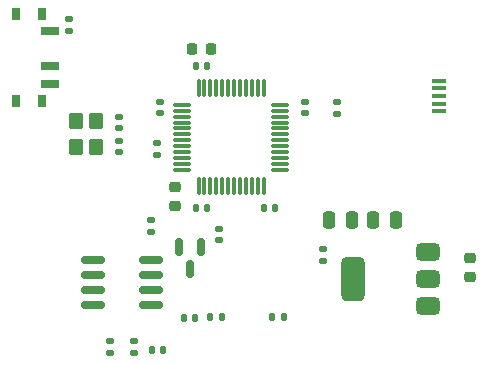
<source format=gbr>
%TF.GenerationSoftware,KiCad,Pcbnew,9.0.6*%
%TF.CreationDate,2026-02-08T19:37:56+05:30*%
%TF.ProjectId,stm32,73746d33-322e-46b6-9963-61645f706362,rev?*%
%TF.SameCoordinates,Original*%
%TF.FileFunction,Paste,Top*%
%TF.FilePolarity,Positive*%
%FSLAX46Y46*%
G04 Gerber Fmt 4.6, Leading zero omitted, Abs format (unit mm)*
G04 Created by KiCad (PCBNEW 9.0.6) date 2026-02-08 19:37:56*
%MOMM*%
%LPD*%
G01*
G04 APERTURE LIST*
G04 Aperture macros list*
%AMRoundRect*
0 Rectangle with rounded corners*
0 $1 Rounding radius*
0 $2 $3 $4 $5 $6 $7 $8 $9 X,Y pos of 4 corners*
0 Add a 4 corners polygon primitive as box body*
4,1,4,$2,$3,$4,$5,$6,$7,$8,$9,$2,$3,0*
0 Add four circle primitives for the rounded corners*
1,1,$1+$1,$2,$3*
1,1,$1+$1,$4,$5*
1,1,$1+$1,$6,$7*
1,1,$1+$1,$8,$9*
0 Add four rect primitives between the rounded corners*
20,1,$1+$1,$2,$3,$4,$5,0*
20,1,$1+$1,$4,$5,$6,$7,0*
20,1,$1+$1,$6,$7,$8,$9,0*
20,1,$1+$1,$8,$9,$2,$3,0*%
G04 Aperture macros list end*
%ADD10R,1.300000X0.450000*%
%ADD11RoundRect,0.140000X-0.140000X-0.170000X0.140000X-0.170000X0.140000X0.170000X-0.140000X0.170000X0*%
%ADD12RoundRect,0.218750X0.256250X-0.218750X0.256250X0.218750X-0.256250X0.218750X-0.256250X-0.218750X0*%
%ADD13RoundRect,0.135000X-0.135000X-0.185000X0.135000X-0.185000X0.135000X0.185000X-0.135000X0.185000X0*%
%ADD14RoundRect,0.140000X-0.170000X0.140000X-0.170000X-0.140000X0.170000X-0.140000X0.170000X0.140000X0*%
%ADD15R,0.800000X1.000000*%
%ADD16R,1.500000X0.700000*%
%ADD17RoundRect,0.135000X-0.185000X0.135000X-0.185000X-0.135000X0.185000X-0.135000X0.185000X0.135000X0*%
%ADD18RoundRect,0.140000X0.170000X-0.140000X0.170000X0.140000X-0.170000X0.140000X-0.170000X-0.140000X0*%
%ADD19RoundRect,0.250000X-0.250000X-0.475000X0.250000X-0.475000X0.250000X0.475000X-0.250000X0.475000X0*%
%ADD20RoundRect,0.135000X0.185000X-0.135000X0.185000X0.135000X-0.185000X0.135000X-0.185000X-0.135000X0*%
%ADD21RoundRect,0.140000X0.140000X0.170000X-0.140000X0.170000X-0.140000X-0.170000X0.140000X-0.170000X0*%
%ADD22RoundRect,0.250000X-0.350000X0.450000X-0.350000X-0.450000X0.350000X-0.450000X0.350000X0.450000X0*%
%ADD23RoundRect,0.218750X-0.256250X0.218750X-0.256250X-0.218750X0.256250X-0.218750X0.256250X0.218750X0*%
%ADD24RoundRect,0.375000X0.625000X0.375000X-0.625000X0.375000X-0.625000X-0.375000X0.625000X-0.375000X0*%
%ADD25RoundRect,0.500000X0.500000X1.400000X-0.500000X1.400000X-0.500000X-1.400000X0.500000X-1.400000X0*%
%ADD26RoundRect,0.075000X-0.662500X-0.075000X0.662500X-0.075000X0.662500X0.075000X-0.662500X0.075000X0*%
%ADD27RoundRect,0.075000X-0.075000X-0.662500X0.075000X-0.662500X0.075000X0.662500X-0.075000X0.662500X0*%
%ADD28RoundRect,0.150000X-0.825000X-0.150000X0.825000X-0.150000X0.825000X0.150000X-0.825000X0.150000X0*%
%ADD29RoundRect,0.150000X-0.150000X0.587500X-0.150000X-0.587500X0.150000X-0.587500X0.150000X0.587500X0*%
%ADD30RoundRect,0.250000X0.250000X0.475000X-0.250000X0.475000X-0.250000X-0.475000X0.250000X-0.475000X0*%
%ADD31RoundRect,0.225000X-0.225000X-0.250000X0.225000X-0.250000X0.225000X0.250000X-0.225000X0.250000X0*%
G04 APERTURE END LIST*
D10*
%TO.C,J4*%
X128600000Y-71300000D03*
X128600000Y-70650000D03*
X128600000Y-70000000D03*
X128600000Y-69350000D03*
X128600000Y-68700000D03*
%TD*%
D11*
%TO.C,C12*%
X108020000Y-67500000D03*
X108980000Y-67500000D03*
%TD*%
D12*
%TO.C,FB1*%
X106250000Y-79287500D03*
X106250000Y-77712500D03*
%TD*%
D13*
%TO.C,R4*%
X114490000Y-88750000D03*
X115510000Y-88750000D03*
%TD*%
D14*
%TO.C,C8*%
X105000000Y-70520000D03*
X105000000Y-71480000D03*
%TD*%
%TO.C,C15*%
X104250000Y-80520000D03*
X104250000Y-81480000D03*
%TD*%
D15*
%TO.C,SW1*%
X95030000Y-63100000D03*
X92820000Y-63100000D03*
X95030000Y-70400000D03*
X92820000Y-70400000D03*
D16*
X95680000Y-64500000D03*
X95680000Y-67500000D03*
X95680000Y-69000000D03*
%TD*%
D17*
%TO.C,R3*%
X102750000Y-90750000D03*
X102750000Y-91770000D03*
%TD*%
D18*
%TO.C,C13*%
X104750000Y-74980000D03*
X104750000Y-74020000D03*
%TD*%
D19*
%TO.C,C1*%
X119300000Y-80500000D03*
X121200000Y-80500000D03*
%TD*%
D20*
%TO.C,R6*%
X97250000Y-64510000D03*
X97250000Y-63490000D03*
%TD*%
D21*
%TO.C,C3*%
X107980000Y-88760000D03*
X107020000Y-88760000D03*
%TD*%
D17*
%TO.C,R7*%
X120000000Y-70490000D03*
X120000000Y-71510000D03*
%TD*%
D18*
%TO.C,C4*%
X101500000Y-72730000D03*
X101500000Y-71770000D03*
%TD*%
D21*
%TO.C,C9*%
X114730000Y-79500000D03*
X113770000Y-79500000D03*
%TD*%
D13*
%TO.C,R2*%
X109240000Y-88750000D03*
X110260000Y-88750000D03*
%TD*%
D14*
%TO.C,C5*%
X101500000Y-73770000D03*
X101500000Y-74730000D03*
%TD*%
D11*
%TO.C,C7*%
X108020000Y-79500000D03*
X108980000Y-79500000D03*
%TD*%
D20*
%TO.C,R5*%
X100750000Y-91770000D03*
X100750000Y-90750000D03*
%TD*%
D22*
%TO.C,Y1*%
X97900000Y-72150000D03*
X97900000Y-74350000D03*
X99600000Y-74350000D03*
X99600000Y-72150000D03*
%TD*%
D23*
%TO.C,D1*%
X131250000Y-83712500D03*
X131250000Y-85287500D03*
%TD*%
D24*
%TO.C,U1*%
X127650000Y-87800000D03*
X127650000Y-85500000D03*
D25*
X121350000Y-85500000D03*
D24*
X127650000Y-83200000D03*
%TD*%
D26*
%TO.C,U3*%
X106837500Y-70750000D03*
X106837500Y-71250000D03*
X106837500Y-71750000D03*
X106837500Y-72250000D03*
X106837500Y-72750000D03*
X106837500Y-73250000D03*
X106837500Y-73750000D03*
X106837500Y-74250000D03*
X106837500Y-74750000D03*
X106837500Y-75250000D03*
X106837500Y-75750000D03*
X106837500Y-76250000D03*
D27*
X108250000Y-77662500D03*
X108750000Y-77662500D03*
X109250000Y-77662500D03*
X109750000Y-77662500D03*
X110250000Y-77662500D03*
X110750000Y-77662500D03*
X111250000Y-77662500D03*
X111750000Y-77662500D03*
X112250000Y-77662500D03*
X112750000Y-77662500D03*
X113250000Y-77662500D03*
X113750000Y-77662500D03*
D26*
X115162500Y-76250000D03*
X115162500Y-75750000D03*
X115162500Y-75250000D03*
X115162500Y-74750000D03*
X115162500Y-74250000D03*
X115162500Y-73750000D03*
X115162500Y-73250000D03*
X115162500Y-72750000D03*
X115162500Y-72250000D03*
X115162500Y-71750000D03*
X115162500Y-71250000D03*
X115162500Y-70750000D03*
D27*
X113750000Y-69337500D03*
X113250000Y-69337500D03*
X112750000Y-69337500D03*
X112250000Y-69337500D03*
X111750000Y-69337500D03*
X111250000Y-69337500D03*
X110750000Y-69337500D03*
X110250000Y-69337500D03*
X109750000Y-69337500D03*
X109250000Y-69337500D03*
X108750000Y-69337500D03*
X108250000Y-69337500D03*
%TD*%
D18*
%TO.C,C14*%
X110000000Y-82230000D03*
X110000000Y-81270000D03*
%TD*%
D11*
%TO.C,C11*%
X104270000Y-91500000D03*
X105230000Y-91500000D03*
%TD*%
D28*
%TO.C,U2*%
X99275000Y-83845000D03*
X99275000Y-85115000D03*
X99275000Y-86385000D03*
X99275000Y-87655000D03*
X104225000Y-87655000D03*
X104225000Y-86385000D03*
X104225000Y-85115000D03*
X104225000Y-83845000D03*
%TD*%
D29*
%TO.C,D2*%
X108450000Y-82812500D03*
X106550000Y-82812500D03*
X107500000Y-84687500D03*
%TD*%
D30*
%TO.C,C2*%
X124950000Y-80500000D03*
X123050000Y-80500000D03*
%TD*%
D14*
%TO.C,C10*%
X117250000Y-70520000D03*
X117250000Y-71480000D03*
%TD*%
D17*
%TO.C,R1*%
X118750000Y-82980000D03*
X118750000Y-84000000D03*
%TD*%
D31*
%TO.C,C6*%
X107725000Y-66000000D03*
X109275000Y-66000000D03*
%TD*%
M02*

</source>
